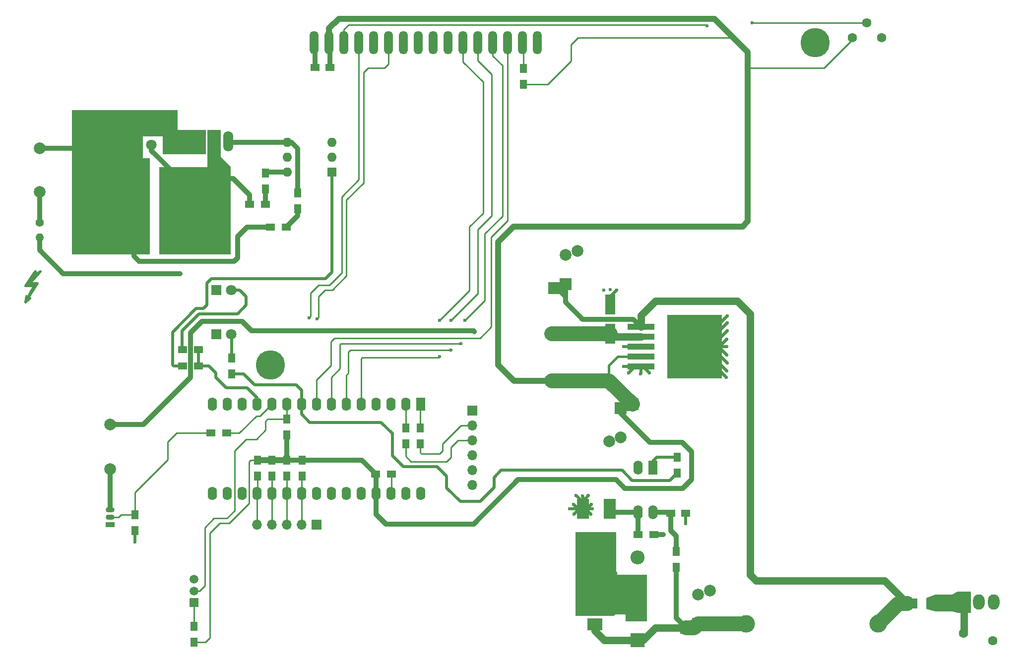
<source format=gbr>
G04 #@! TF.FileFunction,Copper,L1,Top,Signal*
%FSLAX46Y46*%
G04 Gerber Fmt 4.6, Leading zero omitted, Abs format (unit mm)*
G04 Created by KiCad (PCBNEW 4.0.2-stable) date 2017-02-13 18:05:18*
%MOMM*%
G01*
G04 APERTURE LIST*
%ADD10C,0.100000*%
%ADD11C,0.381000*%
%ADD12C,1.200000*%
%ADD13O,1.501140X4.000500*%
%ADD14C,5.000000*%
%ADD15C,2.000000*%
%ADD16R,1.500000X1.250000*%
%ADD17R,2.000000X2.000000*%
%ADD18R,3.500000X1.800000*%
%ADD19R,1.800000X3.500000*%
%ADD20R,1.800000X1.800000*%
%ADD21C,1.800000*%
%ADD22C,3.000000*%
%ADD23R,4.600000X1.100000*%
%ADD24R,9.400000X10.800000*%
%ADD25R,1.600000X2.400000*%
%ADD26O,1.600000X2.400000*%
%ADD27C,2.400000*%
%ADD28C,1.600000*%
%ADD29R,1.300000X1.500000*%
%ADD30R,1.500000X1.300000*%
%ADD31C,1.400000*%
%ADD32O,1.400000X1.400000*%
%ADD33R,2.000000X3.500000*%
%ADD34R,7.000000X7.000000*%
%ADD35O,1.501140X0.899160*%
%ADD36R,1.501140X0.899160*%
%ADD37R,1.600000X1.600000*%
%ADD38O,1.600000X1.600000*%
%ADD39O,1.699260X3.500120*%
%ADD40R,2.000000X2.600000*%
%ADD41O,2.000000X2.600000*%
%ADD42R,1.700000X1.700000*%
%ADD43O,1.700000X1.700000*%
%ADD44R,1.574800X2.286000*%
%ADD45O,1.574800X2.286000*%
%ADD46R,1.500000X1.500000*%
%ADD47C,1.500000*%
%ADD48C,3.200000*%
%ADD49R,2.600000X2.000000*%
%ADD50O,2.600000X2.000000*%
%ADD51R,2.400000X2.400000*%
%ADD52O,2.400000X2.400000*%
%ADD53C,0.600000*%
%ADD54C,0.812800*%
%ADD55C,1.270000*%
%ADD56C,2.540000*%
%ADD57C,1.016000*%
%ADD58C,0.254000*%
%ADD59C,0.508000*%
%ADD60C,0.030000*%
G04 APERTURE END LIST*
D10*
D11*
X63897000Y-90106000D02*
X62500000Y-92011000D01*
X62500000Y-92011000D02*
X63770000Y-92011000D01*
X62246000Y-93916000D02*
X62119000Y-94932000D01*
X62119000Y-94932000D02*
X62881000Y-94297000D01*
X62881000Y-94297000D02*
X62373000Y-94551000D01*
X62373000Y-94551000D02*
X64151000Y-91757000D01*
X64151000Y-91757000D02*
X62881000Y-91757000D01*
X62881000Y-91757000D02*
X64659000Y-89725000D01*
X64659000Y-89725000D02*
X63897000Y-90233000D01*
X63897000Y-90233000D02*
X63770000Y-89725000D01*
X63643000Y-89852000D02*
X62119000Y-92138000D01*
X62119000Y-92138000D02*
X63516000Y-92138000D01*
X63516000Y-92138000D02*
X62373000Y-94424000D01*
X62373000Y-94424000D02*
X62246000Y-93916000D01*
D12*
X90700000Y-83500000D03*
X94700000Y-85300000D03*
X92900000Y-86000000D03*
X91700000Y-85300000D03*
X88700000Y-85300000D03*
X85700000Y-85300000D03*
X86700000Y-86000000D03*
X94700000Y-83900000D03*
X93000000Y-83700000D03*
X91700000Y-83900000D03*
X90400000Y-86000000D03*
X88700000Y-83900000D03*
X85700000Y-83900000D03*
X96200000Y-82500000D03*
X94700000Y-82500000D03*
X93200000Y-82500000D03*
X91700000Y-82500000D03*
X90200000Y-82500000D03*
X88700000Y-82500000D03*
X87200000Y-82500000D03*
X85700000Y-82500000D03*
X96200000Y-81100000D03*
X94700000Y-81100000D03*
X93200000Y-81100000D03*
X91700000Y-81100000D03*
X90200000Y-81100000D03*
X88700000Y-81100000D03*
X87200000Y-81100000D03*
X85700000Y-81100000D03*
X96200000Y-79700000D03*
X94700000Y-79700000D03*
X93200000Y-79700000D03*
X91700000Y-79700000D03*
X90200000Y-79700000D03*
X88700000Y-79700000D03*
X87200000Y-79700000D03*
X85700000Y-79700000D03*
X96200000Y-78300000D03*
X94700000Y-78300000D03*
X93200000Y-78300000D03*
X91700000Y-78300000D03*
X90200000Y-78300000D03*
X88700000Y-78300000D03*
X87200000Y-78300000D03*
X85700000Y-78300000D03*
X96200000Y-76900000D03*
X94700000Y-76900000D03*
X93200000Y-76900000D03*
X91700000Y-76900000D03*
X90200000Y-76900000D03*
X88700000Y-76900000D03*
X87200000Y-76900000D03*
X85700000Y-76900000D03*
X96200000Y-75500000D03*
X93200000Y-75500000D03*
X91700000Y-75500000D03*
X90200000Y-75500000D03*
X94900000Y-70700000D03*
X87200000Y-75500000D03*
X85700000Y-75500000D03*
X94700000Y-74100000D03*
X95700000Y-71600000D03*
X91700000Y-74100000D03*
X93900000Y-71200000D03*
X88700000Y-74100000D03*
X94000000Y-69900000D03*
X85700000Y-74100000D03*
X94700000Y-72700000D03*
X93200000Y-72700000D03*
X91700000Y-72700000D03*
X90200000Y-72700000D03*
X88700000Y-72700000D03*
X87200000Y-72700000D03*
X85700000Y-72700000D03*
X89300000Y-69000000D03*
X87800000Y-69000000D03*
X86300000Y-69000000D03*
X89300000Y-67700000D03*
X87800000Y-67700000D03*
X86300000Y-67700000D03*
X89300000Y-66400000D03*
X87800000Y-66400000D03*
X86300000Y-66400000D03*
X85100000Y-65800000D03*
X83600000Y-65800000D03*
X87400000Y-64600000D03*
X85900000Y-64600000D03*
X84400000Y-64600000D03*
X87400000Y-63100000D03*
X85900000Y-63100000D03*
X82500000Y-86000000D03*
X79900000Y-85600000D03*
X78200000Y-86000000D03*
X76900000Y-85600000D03*
X75400000Y-85600000D03*
X73900000Y-85600000D03*
X72200000Y-86000000D03*
X70900000Y-85600000D03*
X82500000Y-84700000D03*
X79900000Y-84100000D03*
X82900000Y-63100000D03*
X76900000Y-84100000D03*
X75400000Y-84100000D03*
X73900000Y-84100000D03*
X72400000Y-84100000D03*
X70900000Y-84100000D03*
X81400000Y-82600000D03*
X79900000Y-82600000D03*
X78400000Y-82600000D03*
X76900000Y-82600000D03*
X75400000Y-82600000D03*
X73900000Y-82600000D03*
X72400000Y-82600000D03*
X70900000Y-82600000D03*
X81400000Y-81100000D03*
X79900000Y-81100000D03*
X78400000Y-81100000D03*
X76900000Y-81100000D03*
X75400000Y-81100000D03*
X73900000Y-81100000D03*
X72400000Y-81100000D03*
X70900000Y-81100000D03*
X81400000Y-79600000D03*
X79900000Y-79600000D03*
X78400000Y-79600000D03*
X76900000Y-79600000D03*
X75400000Y-79600000D03*
X73900000Y-79600000D03*
X72400000Y-79600000D03*
X70900000Y-79600000D03*
X81400000Y-78100000D03*
X79900000Y-78100000D03*
X78400000Y-78100000D03*
X76900000Y-78100000D03*
X75400000Y-78100000D03*
X73900000Y-78100000D03*
X72400000Y-78100000D03*
X70900000Y-78100000D03*
X81400000Y-76600000D03*
X79900000Y-76600000D03*
X78400000Y-76600000D03*
X76900000Y-76600000D03*
X75400000Y-76600000D03*
X73900000Y-76600000D03*
X72400000Y-76600000D03*
X70900000Y-76600000D03*
X81400000Y-75100000D03*
X82500000Y-73500000D03*
X78400000Y-75100000D03*
X76900000Y-75100000D03*
X75400000Y-75100000D03*
X82500000Y-78900000D03*
X72400000Y-75100000D03*
X70900000Y-75100000D03*
X82500000Y-71400000D03*
X79900000Y-73600000D03*
X82500000Y-77400000D03*
X76900000Y-73600000D03*
X82500000Y-81800000D03*
X73900000Y-73600000D03*
X72400000Y-73600000D03*
X70900000Y-73600000D03*
X81400000Y-72100000D03*
X82500000Y-75900000D03*
X78400000Y-72100000D03*
X76900000Y-72100000D03*
X75400000Y-72100000D03*
X82500000Y-80400000D03*
X82500000Y-83300000D03*
X70900000Y-72100000D03*
X81400000Y-70600000D03*
X79900000Y-70600000D03*
X78400000Y-70600000D03*
X76900000Y-70600000D03*
X75400000Y-70600000D03*
X73900000Y-70600000D03*
X72400000Y-70600000D03*
X70900000Y-70600000D03*
X81400000Y-69100000D03*
X79900000Y-69100000D03*
X78400000Y-69100000D03*
X76900000Y-69100000D03*
X75400000Y-69100000D03*
X73900000Y-69100000D03*
X72400000Y-69100000D03*
X70900000Y-69100000D03*
X81400000Y-67600000D03*
X79900000Y-67600000D03*
X78400000Y-67600000D03*
X84400000Y-63100000D03*
X75100000Y-67800000D03*
X73900000Y-67600000D03*
X72400000Y-67600000D03*
X70900000Y-67600000D03*
X81400000Y-66100000D03*
X79900000Y-66100000D03*
X78400000Y-66100000D03*
X82900000Y-64600000D03*
X77100000Y-65800000D03*
X73900000Y-66100000D03*
X72400000Y-66100000D03*
X70900000Y-66100000D03*
X81400000Y-64600000D03*
X79900000Y-64600000D03*
X78400000Y-64600000D03*
X76900000Y-64600000D03*
X75400000Y-64600000D03*
X73900000Y-64600000D03*
X72400000Y-64600000D03*
X70900000Y-64600000D03*
X81400000Y-63100000D03*
X79900000Y-63100000D03*
X78400000Y-63100000D03*
X76900000Y-63100000D03*
X75400000Y-63100000D03*
X73900000Y-63100000D03*
X72400000Y-63100000D03*
D13*
X111400840Y-50699420D03*
X113940840Y-50699420D03*
X116480840Y-50699420D03*
X119020840Y-50699420D03*
X121560840Y-50699420D03*
X124100840Y-50699420D03*
X126640840Y-50699420D03*
X129180840Y-50699420D03*
X131720840Y-50699420D03*
X134260840Y-50699420D03*
X136800840Y-50699420D03*
X139340840Y-50699420D03*
X141880840Y-50699420D03*
X144420840Y-50699420D03*
X146960840Y-50699420D03*
X149500840Y-50699420D03*
D14*
X196900000Y-50700000D03*
X103900000Y-105700000D03*
D15*
X76600000Y-115900160D03*
X76600000Y-123499840D03*
D16*
X114050000Y-54900000D03*
X111550000Y-54900000D03*
D17*
X154300000Y-91900000D03*
D15*
X154300000Y-86900000D03*
D17*
X152300000Y-92572144D03*
D15*
X156300000Y-86227856D03*
D17*
X163700000Y-113100000D03*
D15*
X163700000Y-118100000D03*
D17*
X165700000Y-112427856D03*
D15*
X161700000Y-118772144D03*
D16*
X172250000Y-131000000D03*
X174750000Y-131000000D03*
D17*
X176900000Y-149900000D03*
D15*
X176900000Y-144900000D03*
D17*
X174900000Y-150572144D03*
D15*
X178900000Y-144227856D03*
X64500000Y-68700000D03*
X64500000Y-76200000D03*
D18*
X212600000Y-146400000D03*
X217600000Y-146400000D03*
D19*
X161900000Y-100400000D03*
X161900000Y-95400000D03*
D20*
X94700000Y-92900000D03*
D21*
X97240000Y-92900000D03*
D20*
X94700000Y-100500000D03*
D21*
X97240000Y-100500000D03*
D22*
X207600000Y-149900000D03*
X185100000Y-149900000D03*
D23*
X167120000Y-106000000D03*
X167120000Y-104300000D03*
X167120000Y-100900000D03*
D24*
X176280000Y-102600000D03*
D23*
X167120000Y-102600000D03*
X167120000Y-99200000D03*
D25*
X169200000Y-123200000D03*
D26*
X166660000Y-130820000D03*
X166660000Y-123200000D03*
X169200000Y-130820000D03*
D27*
X151900000Y-100400000D03*
X151900000Y-108400000D03*
D28*
X203200000Y-49800000D03*
X205700000Y-47300000D03*
X208200000Y-49800000D03*
X222200000Y-151500000D03*
X227200000Y-152750000D03*
D29*
X147100000Y-55050000D03*
X147100000Y-57750000D03*
X109300000Y-121950000D03*
X109300000Y-124650000D03*
X106700000Y-121950000D03*
X106700000Y-124650000D03*
X129500000Y-119150000D03*
X129500000Y-116450000D03*
X127000000Y-119150000D03*
X127000000Y-116450000D03*
X104200000Y-121950000D03*
X104200000Y-124650000D03*
X101700000Y-121950000D03*
X101700000Y-124650000D03*
D30*
X124550000Y-124300000D03*
X121850000Y-124300000D03*
X91650000Y-103100000D03*
X88950000Y-103100000D03*
D29*
X97300000Y-107250000D03*
X97300000Y-104550000D03*
D30*
X91650000Y-105900000D03*
X88950000Y-105900000D03*
D29*
X173300000Y-124150000D03*
X173300000Y-121450000D03*
D30*
X103050000Y-78300000D03*
X100350000Y-78300000D03*
D29*
X103100000Y-72950000D03*
X103100000Y-75650000D03*
X108600000Y-79050000D03*
X108600000Y-76350000D03*
D30*
X103950000Y-82200000D03*
X106650000Y-82200000D03*
D29*
X173200000Y-137550000D03*
X173200000Y-140250000D03*
D30*
X169350000Y-134700000D03*
X166650000Y-134700000D03*
D29*
X106700000Y-117650000D03*
X106700000Y-114950000D03*
X90900000Y-153050000D03*
X90900000Y-150350000D03*
D31*
X64500000Y-81400000D03*
D32*
X64500000Y-83940000D03*
D21*
X83600000Y-68100000D03*
X76100000Y-66700000D03*
D30*
X93750000Y-117300000D03*
X96450000Y-117300000D03*
D29*
X80800000Y-131250000D03*
X80800000Y-133950000D03*
D33*
X161790000Y-130300000D03*
X157210000Y-130300000D03*
D34*
X159490000Y-137700000D03*
D35*
X76600000Y-131730000D03*
X76600000Y-130460000D03*
D36*
X76600000Y-133000000D03*
D37*
X114400000Y-72800000D03*
D38*
X106780000Y-67720000D03*
X114400000Y-70260000D03*
X106780000Y-70260000D03*
X114400000Y-67720000D03*
X106780000Y-72800000D03*
D39*
X94200000Y-67500000D03*
X91660000Y-67500000D03*
X96740000Y-67500000D03*
D40*
X222300000Y-146200000D03*
D41*
X224840000Y-146200000D03*
X227380000Y-146200000D03*
D42*
X138400000Y-113500000D03*
D43*
X138400000Y-116040000D03*
X138400000Y-118580000D03*
X138400000Y-121120000D03*
X138400000Y-123660000D03*
X138400000Y-126200000D03*
D44*
X129550000Y-112380000D03*
D45*
X127010000Y-112380000D03*
X124470000Y-112380000D03*
X121930000Y-112380000D03*
X119390000Y-112380000D03*
X116850000Y-112380000D03*
X114310000Y-112380000D03*
X111770000Y-112380000D03*
X109230000Y-112380000D03*
X106690000Y-112380000D03*
X104150000Y-112380000D03*
X101610000Y-112380000D03*
X99070000Y-112380000D03*
X96530000Y-112380000D03*
X93990000Y-112380000D03*
X93990000Y-127620000D03*
X96530000Y-127620000D03*
X99070000Y-127620000D03*
X101610000Y-127620000D03*
X104150000Y-127620000D03*
X106690000Y-127620000D03*
X109230000Y-127620000D03*
X111770000Y-127620000D03*
X114310000Y-127620000D03*
X116850000Y-127620000D03*
X119390000Y-127620000D03*
X121930000Y-127620000D03*
X124470000Y-127620000D03*
X127010000Y-127620000D03*
X129550000Y-127620000D03*
D42*
X111800000Y-133000000D03*
D43*
X109260000Y-133000000D03*
X106720000Y-133000000D03*
X104180000Y-133000000D03*
X101640000Y-133000000D03*
D46*
X90900000Y-146300000D03*
D47*
X90900000Y-144300000D03*
X90900000Y-142300000D03*
D48*
X94900000Y-84900000D03*
X88600000Y-84900000D03*
X94900000Y-73900000D03*
X88600000Y-73900000D03*
X79900000Y-84600000D03*
X73600000Y-84600000D03*
X79900000Y-73600000D03*
X73600000Y-73600000D03*
D49*
X159300000Y-150000000D03*
D50*
X159300000Y-147460000D03*
D51*
X166600000Y-143600000D03*
D52*
X166600000Y-138520000D03*
D51*
X166600000Y-152700000D03*
D52*
X166600000Y-147620000D03*
D12*
X70900000Y-63100000D03*
D53*
X161900000Y-92800000D03*
X160800000Y-92900000D03*
X138700000Y-100000000D03*
X171000000Y-134700000D03*
X80800000Y-135900000D03*
X156100000Y-128000000D03*
X158200000Y-128000000D03*
X157200000Y-128100000D03*
X158700000Y-129500000D03*
X158900000Y-130300000D03*
X158600000Y-131200000D03*
X155700000Y-131200000D03*
X155600000Y-129500000D03*
X155000000Y-130300000D03*
X174800000Y-132800000D03*
X181800000Y-101300000D03*
X181900000Y-99900000D03*
X181900000Y-98500000D03*
X181900000Y-97300000D03*
X181800000Y-104000000D03*
X181900000Y-105400000D03*
X181800000Y-106700000D03*
X181700000Y-107800000D03*
X181800000Y-102600000D03*
X168600000Y-107100000D03*
X167100000Y-107200000D03*
X165000000Y-107100000D03*
X163000000Y-92900000D03*
X164200000Y-106000000D03*
X164200000Y-102600000D03*
X178400000Y-47800000D03*
X186100000Y-47300000D03*
X110500000Y-97700000D03*
X111900000Y-97800000D03*
X132800000Y-98100000D03*
X132800000Y-104300000D03*
X134700000Y-98100000D03*
X134700000Y-103200000D03*
X137100000Y-98100000D03*
X136400000Y-102100000D03*
X88500000Y-90100000D03*
D54*
X82199840Y-115900160D02*
X76600000Y-115900160D01*
X90300000Y-107800000D02*
X82199840Y-115900160D01*
X90300000Y-100200000D02*
X90300000Y-107800000D01*
X92200000Y-98300000D02*
X90300000Y-100200000D01*
X99100000Y-98300000D02*
X92200000Y-98300000D01*
X100700000Y-99900000D02*
X99100000Y-98300000D01*
X138600000Y-99900000D02*
X100700000Y-99900000D01*
X138700000Y-100000000D02*
X138600000Y-99900000D01*
D55*
X167120000Y-99200000D02*
X167120000Y-97280000D01*
X208700000Y-142500000D02*
X212600000Y-146400000D01*
X186800000Y-142500000D02*
X208700000Y-142500000D01*
X185800000Y-141500000D02*
X186800000Y-142500000D01*
X185800000Y-97000000D02*
X185800000Y-141500000D01*
X183600000Y-94800000D02*
X185800000Y-97000000D01*
X169600000Y-94800000D02*
X183600000Y-94800000D01*
X167120000Y-97280000D02*
X169600000Y-94800000D01*
D56*
X207600000Y-149900000D02*
X207600000Y-149600000D01*
X212600000Y-146400000D02*
X211100000Y-146400000D01*
X211100000Y-146400000D02*
X207600000Y-149900000D01*
D54*
X152300000Y-92572144D02*
X152872144Y-92572144D01*
X152872144Y-92572144D02*
X154300000Y-94000000D01*
X154300000Y-91900000D02*
X154300000Y-94000000D01*
X154300000Y-94000000D02*
X154300000Y-95000000D01*
X165820000Y-97900000D02*
X167120000Y-99200000D01*
X157200000Y-97900000D02*
X165820000Y-97900000D01*
X154300000Y-95000000D02*
X157200000Y-97900000D01*
X76600000Y-130460000D02*
X76600000Y-123499840D01*
D57*
X163700000Y-113100000D02*
X165027856Y-113100000D01*
X165027856Y-113100000D02*
X165700000Y-112427856D01*
D58*
X121850000Y-124300000D02*
X121600000Y-124300000D01*
X121600000Y-124300000D02*
X119250000Y-121950000D01*
X119250000Y-121950000D02*
X109300000Y-121950000D01*
D54*
X114050000Y-54900000D02*
X114050000Y-50808580D01*
X114050000Y-50808580D02*
X113940840Y-50699420D01*
D58*
X147100000Y-57750000D02*
X151250000Y-57750000D01*
X156400000Y-49800000D02*
X182900000Y-49800000D01*
X155200000Y-51000000D02*
X156400000Y-49800000D01*
X155200000Y-53800000D02*
X155200000Y-51000000D01*
X151250000Y-57750000D02*
X155200000Y-53800000D01*
X203200000Y-49800000D02*
X203200000Y-50200000D01*
X203200000Y-50200000D02*
X198400000Y-55000000D01*
X198400000Y-55000000D02*
X185400000Y-55000000D01*
X90900000Y-153050000D02*
X92850000Y-153050000D01*
X100550000Y-121950000D02*
X101700000Y-121950000D01*
X100300000Y-122200000D02*
X100550000Y-121950000D01*
X100300000Y-129300000D02*
X100300000Y-122200000D01*
X96900000Y-132700000D02*
X100300000Y-129300000D01*
X95300000Y-132700000D02*
X96900000Y-132700000D01*
X93600000Y-134400000D02*
X95300000Y-132700000D01*
X93600000Y-152300000D02*
X93600000Y-134400000D01*
X92850000Y-153050000D02*
X93600000Y-152300000D01*
D54*
X121930000Y-127620000D02*
X121930000Y-124380000D01*
X121930000Y-124380000D02*
X119500000Y-121950000D01*
X119500000Y-121950000D02*
X106700000Y-121950000D01*
X106700000Y-121950000D02*
X106700000Y-117650000D01*
D57*
X104200000Y-121950000D02*
X106700000Y-121950000D01*
X101700000Y-121950000D02*
X104200000Y-121950000D01*
D54*
X121930000Y-131230000D02*
X121930000Y-127620000D01*
X123600000Y-132900000D02*
X121930000Y-131230000D01*
X163700000Y-113100000D02*
X163700000Y-113900000D01*
X163700000Y-113900000D02*
X168700000Y-118900000D01*
X138600000Y-132900000D02*
X123600000Y-132900000D01*
X146200000Y-125300000D02*
X138600000Y-132900000D01*
X162900000Y-125300000D02*
X146200000Y-125300000D01*
X164400000Y-126800000D02*
X162900000Y-125300000D01*
X174300000Y-126800000D02*
X164400000Y-126800000D01*
X175800000Y-125300000D02*
X174300000Y-126800000D01*
X175800000Y-120500000D02*
X175800000Y-125300000D01*
X174200000Y-118900000D02*
X175800000Y-120500000D01*
X168700000Y-118900000D02*
X174200000Y-118900000D01*
D57*
X121850000Y-127540000D02*
X121930000Y-127620000D01*
X113940840Y-50699420D02*
X113940840Y-48259160D01*
X145500000Y-108400000D02*
X151900000Y-108400000D01*
X142800000Y-105700000D02*
X145500000Y-108400000D01*
X142800000Y-84700000D02*
X142800000Y-105700000D01*
X145400000Y-82100000D02*
X142800000Y-84700000D01*
X184500000Y-82100000D02*
X145400000Y-82100000D01*
X185400000Y-81200000D02*
X184500000Y-82100000D01*
X185400000Y-69400000D02*
X185400000Y-81200000D01*
X185400000Y-52300000D02*
X185400000Y-55000000D01*
X185400000Y-55000000D02*
X185400000Y-69400000D01*
X179700000Y-46600000D02*
X182900000Y-49800000D01*
X182900000Y-49800000D02*
X185400000Y-52300000D01*
X115600000Y-46600000D02*
X179700000Y-46600000D01*
X113940840Y-48259160D02*
X115600000Y-46600000D01*
D11*
X167120000Y-104300000D02*
X163200000Y-104300000D01*
X161672144Y-105827856D02*
X161672144Y-108400000D01*
X163200000Y-104300000D02*
X161672144Y-105827856D01*
D56*
X151900000Y-108400000D02*
X161672144Y-108400000D01*
X161672144Y-108400000D02*
X165700000Y-112427856D01*
D54*
X169350000Y-134700000D02*
X171000000Y-134700000D01*
D59*
X80800000Y-133950000D02*
X80800000Y-135900000D01*
X157210000Y-130300000D02*
X157210000Y-129110000D01*
X157210000Y-129110000D02*
X156100000Y-128000000D01*
X157210000Y-130300000D02*
X157210000Y-128990000D01*
X157210000Y-128990000D02*
X158200000Y-128000000D01*
X157210000Y-130300000D02*
X157210000Y-128110000D01*
X157210000Y-128110000D02*
X157200000Y-128100000D01*
X157210000Y-130300000D02*
X157900000Y-130300000D01*
X157900000Y-130300000D02*
X158700000Y-129500000D01*
X157210000Y-130300000D02*
X158900000Y-130300000D01*
X157210000Y-130300000D02*
X157700000Y-130300000D01*
X157700000Y-130300000D02*
X158600000Y-131200000D01*
X157210000Y-130300000D02*
X156600000Y-130300000D01*
X156600000Y-130300000D02*
X155700000Y-131200000D01*
X157210000Y-130300000D02*
X156400000Y-130300000D01*
X156400000Y-130300000D02*
X155600000Y-129500000D01*
X157210000Y-130300000D02*
X155000000Y-130300000D01*
X174750000Y-131000000D02*
X174750000Y-132750000D01*
X174750000Y-132750000D02*
X174800000Y-132800000D01*
X176280000Y-102600000D02*
X180500000Y-102600000D01*
X180500000Y-102600000D02*
X181800000Y-101300000D01*
X176280000Y-102600000D02*
X179200000Y-102600000D01*
X179200000Y-102600000D02*
X181900000Y-99900000D01*
X176280000Y-102600000D02*
X177800000Y-102600000D01*
X177800000Y-102600000D02*
X181900000Y-98500000D01*
X176280000Y-102600000D02*
X176600000Y-102600000D01*
X176600000Y-102600000D02*
X181900000Y-97300000D01*
X176280000Y-102600000D02*
X180400000Y-102600000D01*
X180400000Y-102600000D02*
X181800000Y-104000000D01*
X176280000Y-102600000D02*
X179100000Y-102600000D01*
X179100000Y-102600000D02*
X181900000Y-105400000D01*
X176280000Y-102600000D02*
X177700000Y-102600000D01*
X177700000Y-102600000D02*
X181800000Y-106700000D01*
X176280000Y-102600000D02*
X176500000Y-102600000D01*
X176500000Y-102600000D02*
X181700000Y-107800000D01*
X176280000Y-102600000D02*
X181800000Y-102600000D01*
X167120000Y-106000000D02*
X167500000Y-106000000D01*
X167500000Y-106000000D02*
X168600000Y-107100000D01*
X167120000Y-106000000D02*
X167120000Y-107180000D01*
X167120000Y-107180000D02*
X167100000Y-107200000D01*
X167120000Y-106000000D02*
X166100000Y-106000000D01*
X166100000Y-106000000D02*
X165000000Y-107100000D01*
X161900000Y-95400000D02*
X161900000Y-94000000D01*
X161900000Y-94000000D02*
X163000000Y-92900000D01*
X167120000Y-106000000D02*
X164200000Y-106000000D01*
X167120000Y-102600000D02*
X164200000Y-102600000D01*
D54*
X111550000Y-54900000D02*
X111550000Y-50848580D01*
X111550000Y-50848580D02*
X111400840Y-50699420D01*
X173200000Y-137550000D02*
X173200000Y-134900000D01*
X172250000Y-133950000D02*
X172250000Y-131000000D01*
X173200000Y-134900000D02*
X172250000Y-133950000D01*
X169200000Y-130820000D02*
X172070000Y-130820000D01*
X172070000Y-130820000D02*
X172250000Y-131000000D01*
X64500000Y-68700000D02*
X74100000Y-68700000D01*
X74100000Y-68700000D02*
X76100000Y-66700000D01*
X103950000Y-82200000D02*
X99900000Y-82200000D01*
X80600000Y-86600000D02*
X79900000Y-85900000D01*
X80600000Y-87100000D02*
X80600000Y-86600000D01*
X81500000Y-88000000D02*
X80600000Y-87100000D01*
X97700000Y-88000000D02*
X81500000Y-88000000D01*
X98300000Y-87400000D02*
X97700000Y-88000000D01*
X98300000Y-83800000D02*
X98300000Y-87400000D01*
X99900000Y-82200000D02*
X98300000Y-83800000D01*
X79900000Y-85900000D02*
X79900000Y-84600000D01*
X64500000Y-76200000D02*
X64500000Y-81400000D01*
D55*
X222300000Y-146200000D02*
X222300000Y-151400000D01*
X222300000Y-151400000D02*
X222200000Y-151500000D01*
X167120000Y-100900000D02*
X162400000Y-100900000D01*
X162400000Y-100900000D02*
X161900000Y-100400000D01*
D56*
X151900000Y-100400000D02*
X161900000Y-100400000D01*
D54*
X162400000Y-100900000D02*
X161900000Y-100400000D01*
D59*
X97240000Y-92900000D02*
X98700000Y-92900000D01*
X88800000Y-99900000D02*
X88800000Y-102950000D01*
X91700000Y-97000000D02*
X88800000Y-99900000D01*
X98300000Y-97000000D02*
X91700000Y-97000000D01*
X99800000Y-95500000D02*
X98300000Y-97000000D01*
X99800000Y-94000000D02*
X99800000Y-95500000D01*
X98700000Y-92900000D02*
X99800000Y-94000000D01*
X88800000Y-102950000D02*
X88950000Y-103100000D01*
X97300000Y-104550000D02*
X97300000Y-100560000D01*
X97300000Y-100560000D02*
X97240000Y-100500000D01*
D55*
X159490000Y-137700000D02*
X159490000Y-142190000D01*
X159490000Y-142190000D02*
X159500000Y-142200000D01*
X159300000Y-137890000D02*
X159490000Y-137700000D01*
D59*
X169200000Y-123200000D02*
X169200000Y-122100000D01*
X169200000Y-122100000D02*
X169850000Y-121450000D01*
X169850000Y-121450000D02*
X173300000Y-121450000D01*
D54*
X169200000Y-123200000D02*
X169200000Y-122800000D01*
X166650000Y-134700000D02*
X166650000Y-130830000D01*
X166650000Y-130830000D02*
X166660000Y-130820000D01*
X166660000Y-130820000D02*
X162310000Y-130820000D01*
X162310000Y-130820000D02*
X161790000Y-130300000D01*
D58*
X205700000Y-47300000D02*
X186100000Y-47300000D01*
X116480840Y-48419160D02*
X116480840Y-50699420D01*
X117300000Y-47600000D02*
X116480840Y-48419160D01*
X178200000Y-47600000D02*
X117300000Y-47600000D01*
X178400000Y-47800000D02*
X178200000Y-47600000D01*
X119020840Y-74079160D02*
X119020840Y-50699420D01*
X116100000Y-77000000D02*
X119020840Y-74079160D01*
X116100000Y-90000000D02*
X116100000Y-77000000D01*
X114000000Y-92100000D02*
X116100000Y-90000000D01*
X112100000Y-92100000D02*
X114000000Y-92100000D01*
X110800000Y-93400000D02*
X112100000Y-92100000D01*
X110800000Y-97400000D02*
X110800000Y-93400000D01*
X110500000Y-97700000D02*
X110800000Y-97400000D01*
X124100840Y-54299160D02*
X124100840Y-50699420D01*
X123400000Y-55000000D02*
X124100840Y-54299160D01*
X120600000Y-55000000D02*
X123400000Y-55000000D01*
X119800000Y-55800000D02*
X120600000Y-55000000D01*
X119800000Y-74600000D02*
X119800000Y-55800000D01*
X116900000Y-77500000D02*
X119800000Y-74600000D01*
X116900000Y-90500000D02*
X116900000Y-77500000D01*
X114500000Y-92900000D02*
X116900000Y-90500000D01*
X113200000Y-92900000D02*
X114500000Y-92900000D01*
X112100000Y-94000000D02*
X113200000Y-92900000D01*
X112100000Y-97600000D02*
X112100000Y-94000000D01*
X111900000Y-97800000D02*
X112100000Y-97600000D01*
X119390000Y-112380000D02*
X119390000Y-104610000D01*
X136800840Y-54000840D02*
X136800840Y-50699420D01*
X140200000Y-57400000D02*
X136800840Y-54000840D01*
X140200000Y-79800000D02*
X140200000Y-57400000D01*
X137900000Y-82100000D02*
X140200000Y-79800000D01*
X137900000Y-93000000D02*
X137900000Y-82100000D01*
X132800000Y-98100000D02*
X137900000Y-93000000D01*
X132700000Y-104400000D02*
X132800000Y-104300000D01*
X119600000Y-104400000D02*
X132700000Y-104400000D01*
X119390000Y-104610000D02*
X119600000Y-104400000D01*
X116850000Y-112380000D02*
X116850000Y-107450000D01*
X139340840Y-53740840D02*
X139340840Y-50699420D01*
X141700000Y-56100000D02*
X139340840Y-53740840D01*
X141700000Y-80200000D02*
X141700000Y-56100000D01*
X139300000Y-82600000D02*
X141700000Y-80200000D01*
X139300000Y-93500000D02*
X139300000Y-82600000D01*
X134700000Y-98100000D02*
X139300000Y-93500000D01*
X117500000Y-103200000D02*
X134700000Y-103200000D01*
X117200000Y-103500000D02*
X117500000Y-103200000D01*
X117200000Y-107100000D02*
X117200000Y-103500000D01*
X116850000Y-107450000D02*
X117200000Y-107100000D01*
X114310000Y-112380000D02*
X114310000Y-107790000D01*
X141880840Y-52980840D02*
X141880840Y-50699420D01*
X143500000Y-54600000D02*
X141880840Y-52980840D01*
X143500000Y-80300000D02*
X143500000Y-54600000D01*
X140500000Y-83300000D02*
X143500000Y-80300000D01*
X140500000Y-94700000D02*
X140500000Y-83300000D01*
X137100000Y-98100000D02*
X140500000Y-94700000D01*
X115900000Y-102100000D02*
X136400000Y-102100000D01*
X115800000Y-102200000D02*
X115900000Y-102100000D01*
X115800000Y-106300000D02*
X115800000Y-102200000D01*
X114310000Y-107790000D02*
X115800000Y-106300000D01*
X111770000Y-112380000D02*
X111770000Y-108230000D01*
X144420840Y-81079160D02*
X144420840Y-50699420D01*
X141600000Y-83900000D02*
X144420840Y-81079160D01*
X141600000Y-99200000D02*
X141600000Y-83900000D01*
X139700000Y-101100000D02*
X141600000Y-99200000D01*
X114800000Y-101100000D02*
X139700000Y-101100000D01*
X114200000Y-101700000D02*
X114800000Y-101100000D01*
X114200000Y-105800000D02*
X114200000Y-101700000D01*
X111770000Y-108230000D02*
X114200000Y-105800000D01*
X147100000Y-55050000D02*
X147100000Y-50838580D01*
X147100000Y-50838580D02*
X146960840Y-50699420D01*
X109230000Y-127620000D02*
X109230000Y-124720000D01*
X109230000Y-124720000D02*
X109300000Y-124650000D01*
X109260000Y-133000000D02*
X109260000Y-127650000D01*
X109260000Y-127650000D02*
X109230000Y-127620000D01*
X106720000Y-133000000D02*
X106720000Y-127650000D01*
X106720000Y-127650000D02*
X106700000Y-127630000D01*
X106700000Y-127630000D02*
X106700000Y-124650000D01*
X129500000Y-119150000D02*
X129500000Y-120700000D01*
X136460000Y-116040000D02*
X138400000Y-116040000D01*
X133300000Y-119200000D02*
X136460000Y-116040000D01*
X133300000Y-120400000D02*
X133300000Y-119200000D01*
X132800000Y-120900000D02*
X133300000Y-120400000D01*
X129700000Y-120900000D02*
X132800000Y-120900000D01*
X129500000Y-120700000D02*
X129700000Y-120900000D01*
X129500000Y-116450000D02*
X129500000Y-112430000D01*
X129500000Y-112430000D02*
X129550000Y-112380000D01*
X138400000Y-118580000D02*
X135920000Y-118580000D01*
X127000000Y-121300000D02*
X127000000Y-119150000D01*
X127900000Y-122200000D02*
X127000000Y-121300000D01*
X134000000Y-122200000D02*
X127900000Y-122200000D01*
X134700000Y-121500000D02*
X134000000Y-122200000D01*
X134700000Y-119800000D02*
X134700000Y-121500000D01*
X135920000Y-118580000D02*
X134700000Y-119800000D01*
X127000000Y-116450000D02*
X127000000Y-112390000D01*
X127000000Y-112390000D02*
X127010000Y-112380000D01*
X104180000Y-133000000D02*
X104180000Y-127650000D01*
X104180000Y-127650000D02*
X104200000Y-127630000D01*
X104200000Y-127630000D02*
X104200000Y-124650000D01*
X101640000Y-133000000D02*
X101640000Y-127650000D01*
X101640000Y-127650000D02*
X101700000Y-127590000D01*
X101700000Y-127590000D02*
X101700000Y-124650000D01*
X124550000Y-124300000D02*
X124550000Y-127540000D01*
X124550000Y-127540000D02*
X124470000Y-127620000D01*
D59*
X91650000Y-105900000D02*
X91650000Y-103100000D01*
X91650000Y-105900000D02*
X93400000Y-105900000D01*
X99900000Y-109600000D02*
X101610000Y-111310000D01*
X96400000Y-109600000D02*
X99900000Y-109600000D01*
X94600000Y-107800000D02*
X96400000Y-109600000D01*
X94600000Y-107100000D02*
X94600000Y-107800000D01*
X93500000Y-106000000D02*
X94600000Y-107100000D01*
X93400000Y-105900000D02*
X93500000Y-106000000D01*
X101610000Y-111310000D02*
X101610000Y-112380000D01*
X142100000Y-126600000D02*
X142100000Y-124900000D01*
X142100000Y-126600000D02*
X139700000Y-129000000D01*
X139700000Y-129000000D02*
X136300000Y-129000000D01*
X136300000Y-129000000D02*
X134000000Y-126700000D01*
X134000000Y-126700000D02*
X134000000Y-124700000D01*
X134000000Y-124700000D02*
X132400000Y-123100000D01*
X132400000Y-123100000D02*
X126600000Y-123100000D01*
X126600000Y-123100000D02*
X124700000Y-121200000D01*
X124700000Y-121200000D02*
X124700000Y-117400000D01*
X124700000Y-117400000D02*
X122800000Y-115500000D01*
X122800000Y-115500000D02*
X110600000Y-115500000D01*
X110600000Y-115500000D02*
X109230000Y-114130000D01*
X109230000Y-112380000D02*
X109230000Y-114130000D01*
X172050000Y-125400000D02*
X173300000Y-124150000D01*
X165600000Y-125400000D02*
X172050000Y-125400000D01*
X163900000Y-123700000D02*
X165600000Y-125400000D01*
X143300000Y-123700000D02*
X163900000Y-123700000D01*
X142100000Y-124900000D02*
X143300000Y-123700000D01*
X97300000Y-107250000D02*
X99350000Y-107250000D01*
X109230000Y-110030000D02*
X109230000Y-112380000D01*
X108300000Y-109100000D02*
X109230000Y-110030000D01*
X101200000Y-109100000D02*
X108300000Y-109100000D01*
X99350000Y-107250000D02*
X101200000Y-109100000D01*
X88950000Y-105900000D02*
X87400000Y-105900000D01*
X114400000Y-89900000D02*
X114400000Y-72800000D01*
X113300000Y-91000000D02*
X114400000Y-89900000D01*
X93800000Y-91000000D02*
X113300000Y-91000000D01*
X93100000Y-91700000D02*
X93800000Y-91000000D01*
X93100000Y-95500000D02*
X93100000Y-91700000D01*
X92500000Y-96100000D02*
X93100000Y-95500000D01*
X91200000Y-96100000D02*
X92500000Y-96100000D01*
X87200000Y-100100000D02*
X91200000Y-96100000D01*
X87200000Y-105700000D02*
X87200000Y-100100000D01*
X87400000Y-105900000D02*
X87200000Y-105700000D01*
D54*
X103100000Y-75650000D02*
X103100000Y-78250000D01*
X103100000Y-78250000D02*
X103050000Y-78300000D01*
X64500000Y-83940000D02*
X64500000Y-86100000D01*
X68500000Y-90100000D02*
X88500000Y-90100000D01*
X64500000Y-86100000D02*
X68500000Y-90100000D01*
X83600000Y-68100000D02*
X83600000Y-69100000D01*
X83600000Y-69100000D02*
X88400000Y-73900000D01*
X88400000Y-73900000D02*
X88600000Y-73900000D01*
X100350000Y-78300000D02*
X100350000Y-76650000D01*
X97600000Y-73900000D02*
X94900000Y-73900000D01*
X100350000Y-76650000D02*
X97600000Y-73900000D01*
X106780000Y-72800000D02*
X103250000Y-72800000D01*
X103250000Y-72800000D02*
X103100000Y-72950000D01*
X108600000Y-79050000D02*
X108600000Y-80250000D01*
X108600000Y-80250000D02*
X106650000Y-82200000D01*
X108500000Y-79150000D02*
X108600000Y-79050000D01*
X108600000Y-76350000D02*
X108600000Y-75000000D01*
X108600000Y-68800000D02*
X108600000Y-75000000D01*
X108600000Y-68800000D02*
X107520000Y-67720000D01*
X106780000Y-67720000D02*
X107520000Y-67720000D01*
X106780000Y-67720000D02*
X96960000Y-67720000D01*
X96960000Y-67720000D02*
X96740000Y-67500000D01*
D58*
X90900000Y-144300000D02*
X91800000Y-144300000D01*
X103450000Y-114950000D02*
X106700000Y-114950000D01*
X103100000Y-115300000D02*
X103450000Y-114950000D01*
X103100000Y-116800000D02*
X103100000Y-115300000D01*
X101500000Y-118400000D02*
X103100000Y-116800000D01*
X99800000Y-118400000D02*
X101500000Y-118400000D01*
X97800000Y-120400000D02*
X99800000Y-118400000D01*
X97800000Y-130600000D02*
X97800000Y-120400000D01*
X96500000Y-131900000D02*
X97800000Y-130600000D01*
X94300000Y-131900000D02*
X96500000Y-131900000D01*
X92700000Y-133500000D02*
X94300000Y-131900000D01*
X92700000Y-143400000D02*
X92700000Y-133500000D01*
X91800000Y-144300000D02*
X92700000Y-143400000D01*
X106700000Y-114950000D02*
X106700000Y-112390000D01*
X106700000Y-112390000D02*
X106690000Y-112380000D01*
X90900000Y-150350000D02*
X90900000Y-146300000D01*
X80800000Y-131250000D02*
X80800000Y-127500000D01*
X87900000Y-117300000D02*
X93750000Y-117300000D01*
X86400000Y-118800000D02*
X87900000Y-117300000D01*
X86400000Y-121900000D02*
X86400000Y-118800000D01*
X80800000Y-127500000D02*
X86400000Y-121900000D01*
X76600000Y-131730000D02*
X77970000Y-131730000D01*
X78450000Y-131250000D02*
X80800000Y-131250000D01*
X77970000Y-131730000D02*
X78450000Y-131250000D01*
X96450000Y-117300000D02*
X98600000Y-117300000D01*
X102130000Y-114400000D02*
X104150000Y-112380000D01*
X101500000Y-114400000D02*
X102130000Y-114400000D01*
X98600000Y-117300000D02*
X101500000Y-114400000D01*
D55*
X159300000Y-150000000D02*
X159300000Y-151100000D01*
X160900000Y-152700000D02*
X166600000Y-152700000D01*
X159300000Y-151100000D02*
X160900000Y-152700000D01*
X166600000Y-152700000D02*
X167500000Y-152700000D01*
X167500000Y-152700000D02*
X169627856Y-150572144D01*
X169627856Y-150572144D02*
X174900000Y-150572144D01*
D56*
X174900000Y-150572144D02*
X176227856Y-150572144D01*
X176227856Y-150572144D02*
X176900000Y-149900000D01*
D54*
X173200000Y-140250000D02*
X173200000Y-148872144D01*
X173200000Y-148872144D02*
X174900000Y-150572144D01*
D56*
X185100000Y-149900000D02*
X176900000Y-149900000D01*
D60*
G36*
X223385000Y-147985000D02*
X221202200Y-147985000D01*
X220204310Y-147685633D01*
X220200000Y-147685000D01*
X217401846Y-147685000D01*
X215815000Y-147288289D01*
X215815000Y-145510395D01*
X217402720Y-144915000D01*
X220200000Y-144915000D01*
X220206708Y-144913416D01*
X221203540Y-144415000D01*
X223385000Y-144415000D01*
X223385000Y-147985000D01*
X223385000Y-147985000D01*
G37*
X223385000Y-147985000D02*
X221202200Y-147985000D01*
X220204310Y-147685633D01*
X220200000Y-147685000D01*
X217401846Y-147685000D01*
X215815000Y-147288289D01*
X215815000Y-145510395D01*
X217402720Y-144915000D01*
X220200000Y-144915000D01*
X220206708Y-144913416D01*
X221203540Y-144415000D01*
X223385000Y-144415000D01*
X223385000Y-147985000D01*
G36*
X162985000Y-141500000D02*
X162986182Y-141505836D01*
X162989541Y-141510752D01*
X162994548Y-141513974D01*
X163000000Y-141515000D01*
X168085000Y-141515000D01*
X168085000Y-149385000D01*
X164515000Y-149385000D01*
X164515000Y-148200000D01*
X164513818Y-148194164D01*
X164510459Y-148189248D01*
X164505452Y-148186026D01*
X164500000Y-148185000D01*
X162800000Y-148185000D01*
X162794164Y-148186182D01*
X162789393Y-148189393D01*
X162493786Y-148485000D01*
X156015000Y-148485000D01*
X156015000Y-141015000D01*
X162985000Y-141015000D01*
X162985000Y-141500000D01*
X162985000Y-141500000D01*
G37*
X162985000Y-141500000D02*
X162986182Y-141505836D01*
X162989541Y-141510752D01*
X162994548Y-141513974D01*
X163000000Y-141515000D01*
X168085000Y-141515000D01*
X168085000Y-149385000D01*
X164515000Y-149385000D01*
X164515000Y-148200000D01*
X164513818Y-148194164D01*
X164510459Y-148189248D01*
X164505452Y-148186026D01*
X164500000Y-148185000D01*
X162800000Y-148185000D01*
X162794164Y-148186182D01*
X162789393Y-148189393D01*
X162493786Y-148485000D01*
X156015000Y-148485000D01*
X156015000Y-141015000D01*
X162985000Y-141015000D01*
X162985000Y-141500000D01*
G36*
X87985000Y-65600000D02*
X87986182Y-65605836D01*
X87989541Y-65610752D01*
X87994548Y-65613974D01*
X88000000Y-65615000D01*
X92785000Y-65615000D01*
X92785000Y-69685000D01*
X85515000Y-69685000D01*
X85515000Y-66600000D01*
X85513818Y-66594164D01*
X85510459Y-66589248D01*
X85505452Y-66586026D01*
X85500000Y-66585000D01*
X82100000Y-66585000D01*
X82094164Y-66586182D01*
X82089248Y-66589541D01*
X82086026Y-66594548D01*
X82085000Y-66600000D01*
X82085000Y-70400000D01*
X82086182Y-70405836D01*
X82089541Y-70410752D01*
X82094548Y-70413974D01*
X82100000Y-70415000D01*
X83285000Y-70415000D01*
X83285000Y-86785000D01*
X70015000Y-86785000D01*
X70015000Y-62215000D01*
X87985000Y-62215000D01*
X87985000Y-65600000D01*
X87985000Y-65600000D01*
G37*
X87985000Y-65600000D02*
X87986182Y-65605836D01*
X87989541Y-65610752D01*
X87994548Y-65613974D01*
X88000000Y-65615000D01*
X92785000Y-65615000D01*
X92785000Y-69685000D01*
X85515000Y-69685000D01*
X85515000Y-66600000D01*
X85513818Y-66594164D01*
X85510459Y-66589248D01*
X85505452Y-66586026D01*
X85500000Y-66585000D01*
X82100000Y-66585000D01*
X82094164Y-66586182D01*
X82089248Y-66589541D01*
X82086026Y-66594548D01*
X82085000Y-66600000D01*
X82085000Y-70400000D01*
X82086182Y-70405836D01*
X82089541Y-70410752D01*
X82094548Y-70413974D01*
X82100000Y-70415000D01*
X83285000Y-70415000D01*
X83285000Y-86785000D01*
X70015000Y-86785000D01*
X70015000Y-62215000D01*
X87985000Y-62215000D01*
X87985000Y-65600000D01*
G36*
X95385000Y-70100000D02*
X95386182Y-70105836D01*
X95389393Y-70110607D01*
X97085000Y-71806214D01*
X97085000Y-86785000D01*
X84915000Y-86785000D01*
X84915000Y-71915000D01*
X93100000Y-71915000D01*
X93105836Y-71913818D01*
X93110752Y-71910459D01*
X93113974Y-71905452D01*
X93115000Y-71900000D01*
X93115000Y-65615000D01*
X95385000Y-65615000D01*
X95385000Y-70100000D01*
X95385000Y-70100000D01*
G37*
X95385000Y-70100000D02*
X95386182Y-70105836D01*
X95389393Y-70110607D01*
X97085000Y-71806214D01*
X97085000Y-86785000D01*
X84915000Y-86785000D01*
X84915000Y-71915000D01*
X93100000Y-71915000D01*
X93105836Y-71913818D01*
X93110752Y-71910459D01*
X93113974Y-71905452D01*
X93115000Y-71900000D01*
X93115000Y-65615000D01*
X95385000Y-65615000D01*
X95385000Y-70100000D01*
M02*

</source>
